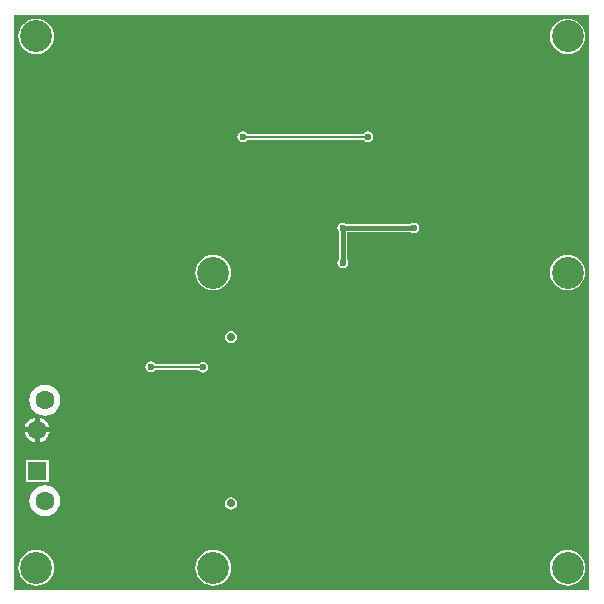
<source format=gbl>
G04*
G04 #@! TF.GenerationSoftware,Altium Limited,Altium Designer,18.1.6 (161)*
G04*
G04 Layer_Physical_Order=2*
G04 Layer_Color=16711680*
%FSLAX25Y25*%
%MOIN*%
G70*
G01*
G75*
%ADD45C,0.01500*%
%ADD46C,0.00800*%
%ADD47C,0.06299*%
%ADD48R,0.06299X0.06299*%
%ADD49C,0.02756*%
%ADD50C,0.10630*%
%ADD51C,0.02362*%
G36*
X194260Y2591D02*
X2591D01*
Y194260D01*
X194260D01*
Y2591D01*
D02*
G37*
%LPC*%
G36*
X187008Y192951D02*
X185848Y192837D01*
X184733Y192499D01*
X183706Y191950D01*
X182805Y191211D01*
X182066Y190310D01*
X181517Y189282D01*
X181178Y188167D01*
X181064Y187008D01*
X181178Y185848D01*
X181517Y184733D01*
X182066Y183706D01*
X182805Y182805D01*
X183706Y182066D01*
X184733Y181517D01*
X185848Y181178D01*
X187008Y181064D01*
X188167Y181178D01*
X189282Y181517D01*
X190310Y182066D01*
X191211Y182805D01*
X191950Y183706D01*
X192499Y184733D01*
X192837Y185848D01*
X192952Y187008D01*
X192837Y188167D01*
X192499Y189282D01*
X191950Y190310D01*
X191211Y191211D01*
X190310Y191950D01*
X189282Y192499D01*
X188167Y192837D01*
X187008Y192951D01*
D02*
G37*
G36*
X9843D02*
X8683Y192837D01*
X7568Y192499D01*
X6540Y191950D01*
X5640Y191211D01*
X4901Y190310D01*
X4351Y189282D01*
X4013Y188167D01*
X3899Y187008D01*
X4013Y185848D01*
X4351Y184733D01*
X4901Y183706D01*
X5640Y182805D01*
X6540Y182066D01*
X7568Y181517D01*
X8683Y181178D01*
X9843Y181064D01*
X11002Y181178D01*
X12117Y181517D01*
X13145Y182066D01*
X14045Y182805D01*
X14784Y183706D01*
X15334Y184733D01*
X15672Y185848D01*
X15786Y187008D01*
X15672Y188167D01*
X15334Y189282D01*
X14784Y190310D01*
X14045Y191211D01*
X13145Y191950D01*
X12117Y192499D01*
X11002Y192837D01*
X9843Y192951D01*
D02*
G37*
G36*
X120460Y155372D02*
X119765Y155234D01*
X119176Y154840D01*
X118999Y154576D01*
X80214D01*
X80037Y154840D01*
X79448Y155234D01*
X78753Y155372D01*
X78058Y155234D01*
X77469Y154840D01*
X77075Y154251D01*
X76937Y153556D01*
X77075Y152861D01*
X77469Y152272D01*
X78058Y151878D01*
X78753Y151740D01*
X79448Y151878D01*
X80037Y152272D01*
X80214Y152536D01*
X118999D01*
X119176Y152272D01*
X119765Y151878D01*
X120460Y151740D01*
X121155Y151878D01*
X121744Y152272D01*
X122138Y152861D01*
X122276Y153556D01*
X122138Y154251D01*
X121744Y154840D01*
X121155Y155234D01*
X120460Y155372D01*
D02*
G37*
G36*
X135728Y124946D02*
X135033Y124808D01*
X134582Y124506D01*
X113252D01*
X112801Y124808D01*
X112106Y124946D01*
X111411Y124808D01*
X110822Y124414D01*
X110429Y123825D01*
X110290Y123130D01*
X110429Y122435D01*
X110730Y121984D01*
Y112662D01*
X110429Y112211D01*
X110290Y111516D01*
X110429Y110821D01*
X110822Y110232D01*
X111411Y109838D01*
X112106Y109700D01*
X112801Y109838D01*
X113390Y110232D01*
X113784Y110821D01*
X113922Y111516D01*
X113784Y112211D01*
X113483Y112662D01*
Y121754D01*
X134582D01*
X135033Y121452D01*
X135728Y121314D01*
X136423Y121452D01*
X137012Y121846D01*
X137406Y122435D01*
X137544Y123130D01*
X137406Y123825D01*
X137012Y124414D01*
X136423Y124808D01*
X135728Y124946D01*
D02*
G37*
G36*
X187008Y114211D02*
X185848Y114097D01*
X184733Y113759D01*
X183706Y113210D01*
X182805Y112470D01*
X182066Y111570D01*
X181517Y110542D01*
X181178Y109427D01*
X181064Y108268D01*
X181178Y107108D01*
X181517Y105993D01*
X182066Y104966D01*
X182805Y104065D01*
X183706Y103326D01*
X184733Y102777D01*
X185848Y102438D01*
X187008Y102324D01*
X188167Y102438D01*
X189282Y102777D01*
X190310Y103326D01*
X191211Y104065D01*
X191950Y104966D01*
X192499Y105993D01*
X192837Y107108D01*
X192952Y108268D01*
X192837Y109427D01*
X192499Y110542D01*
X191950Y111570D01*
X191211Y112470D01*
X190310Y113210D01*
X189282Y113759D01*
X188167Y114097D01*
X187008Y114211D01*
D02*
G37*
G36*
X68898D02*
X67738Y114097D01*
X66623Y113759D01*
X65596Y113210D01*
X64695Y112470D01*
X63956Y111570D01*
X63406Y110542D01*
X63068Y109427D01*
X62954Y108268D01*
X63068Y107108D01*
X63406Y105993D01*
X63956Y104966D01*
X64695Y104065D01*
X65596Y103326D01*
X66623Y102777D01*
X67738Y102438D01*
X68898Y102324D01*
X70057Y102438D01*
X71172Y102777D01*
X72200Y103326D01*
X73100Y104065D01*
X73839Y104966D01*
X74389Y105993D01*
X74727Y107108D01*
X74841Y108268D01*
X74727Y109427D01*
X74389Y110542D01*
X73839Y111570D01*
X73100Y112470D01*
X72200Y113210D01*
X71172Y113759D01*
X70057Y114097D01*
X68898Y114211D01*
D02*
G37*
G36*
X74803Y88828D02*
X74031Y88674D01*
X73377Y88237D01*
X72940Y87583D01*
X72786Y86811D01*
X72940Y86039D01*
X73377Y85385D01*
X74031Y84948D01*
X74803Y84794D01*
X75575Y84948D01*
X76229Y85385D01*
X76666Y86039D01*
X76820Y86811D01*
X76666Y87583D01*
X76229Y88237D01*
X75575Y88674D01*
X74803Y88828D01*
D02*
G37*
G36*
X48031Y78686D02*
X47337Y78548D01*
X46747Y78154D01*
X46354Y77565D01*
X46216Y76870D01*
X46354Y76175D01*
X46747Y75586D01*
X47337Y75192D01*
X48031Y75054D01*
X48726Y75192D01*
X49316Y75586D01*
X49361Y75654D01*
X63894D01*
X64070Y75389D01*
X64659Y74995D01*
X65354Y74857D01*
X66049Y74995D01*
X66638Y75389D01*
X67032Y75978D01*
X67170Y76673D01*
X67032Y77368D01*
X66638Y77957D01*
X66049Y78351D01*
X65354Y78489D01*
X64659Y78351D01*
X64070Y77957D01*
X63894Y77693D01*
X49624D01*
X49316Y78154D01*
X48726Y78548D01*
X48031Y78686D01*
D02*
G37*
G36*
X12717Y70920D02*
X11378Y70744D01*
X10131Y70227D01*
X9059Y69405D01*
X8238Y68334D01*
X7721Y67087D01*
X7545Y65748D01*
X7721Y64410D01*
X8238Y63162D01*
X9059Y62091D01*
X10131Y61269D01*
X11378Y60752D01*
X12717Y60576D01*
X14055Y60752D01*
X15302Y61269D01*
X16374Y62091D01*
X17195Y63162D01*
X17712Y64410D01*
X17888Y65748D01*
X17712Y67087D01*
X17195Y68334D01*
X16374Y69405D01*
X15302Y70227D01*
X14055Y70744D01*
X12717Y70920D01*
D02*
G37*
G36*
X10986Y59992D02*
Y56656D01*
X14323D01*
X14279Y56989D01*
X13861Y57998D01*
X13196Y58865D01*
X12329Y59530D01*
X11320Y59948D01*
X10986Y59992D01*
D02*
G37*
G36*
X9486D02*
X9153Y59948D01*
X8144Y59530D01*
X7277Y58865D01*
X6611Y57998D01*
X6193Y56989D01*
X6149Y56656D01*
X9486D01*
Y59992D01*
D02*
G37*
G36*
X14323Y55155D02*
X10986D01*
Y51819D01*
X11320Y51863D01*
X12329Y52281D01*
X13196Y52946D01*
X13861Y53813D01*
X14279Y54822D01*
X14323Y55155D01*
D02*
G37*
G36*
X9486D02*
X6149D01*
X6193Y54822D01*
X6611Y53813D01*
X7277Y52946D01*
X8144Y52281D01*
X9153Y51863D01*
X9486Y51819D01*
Y55155D01*
D02*
G37*
G36*
X13986Y45876D02*
X6487D01*
Y38376D01*
X13986D01*
Y45876D01*
D02*
G37*
G36*
X74803Y33316D02*
X74031Y33162D01*
X73377Y32725D01*
X72940Y32071D01*
X72786Y31299D01*
X72940Y30527D01*
X73377Y29873D01*
X74031Y29436D01*
X74803Y29283D01*
X75575Y29436D01*
X76229Y29873D01*
X76666Y30527D01*
X76820Y31299D01*
X76666Y32071D01*
X76229Y32725D01*
X75575Y33162D01*
X74803Y33316D01*
D02*
G37*
G36*
X12717Y37455D02*
X11378Y37279D01*
X10131Y36762D01*
X9059Y35941D01*
X8238Y34869D01*
X7721Y33622D01*
X7545Y32283D01*
X7721Y30945D01*
X8238Y29698D01*
X9059Y28626D01*
X10131Y27804D01*
X11378Y27288D01*
X12717Y27112D01*
X14055Y27288D01*
X15302Y27804D01*
X16374Y28626D01*
X17195Y29698D01*
X17712Y30945D01*
X17888Y32283D01*
X17712Y33622D01*
X17195Y34869D01*
X16374Y35941D01*
X15302Y36762D01*
X14055Y37279D01*
X12717Y37455D01*
D02*
G37*
G36*
X187008Y15786D02*
X185848Y15672D01*
X184733Y15334D01*
X183706Y14784D01*
X182805Y14045D01*
X182066Y13145D01*
X181517Y12117D01*
X181178Y11002D01*
X181064Y9843D01*
X181178Y8683D01*
X181517Y7568D01*
X182066Y6540D01*
X182805Y5640D01*
X183706Y4901D01*
X184733Y4351D01*
X185848Y4013D01*
X187008Y3899D01*
X188167Y4013D01*
X189282Y4351D01*
X190310Y4901D01*
X191211Y5640D01*
X191950Y6540D01*
X192499Y7568D01*
X192837Y8683D01*
X192952Y9843D01*
X192837Y11002D01*
X192499Y12117D01*
X191950Y13145D01*
X191211Y14045D01*
X190310Y14784D01*
X189282Y15334D01*
X188167Y15672D01*
X187008Y15786D01*
D02*
G37*
G36*
X68898D02*
X67738Y15672D01*
X66623Y15334D01*
X65596Y14784D01*
X64695Y14045D01*
X63956Y13145D01*
X63406Y12117D01*
X63068Y11002D01*
X62954Y9843D01*
X63068Y8683D01*
X63406Y7568D01*
X63956Y6540D01*
X64695Y5640D01*
X65596Y4901D01*
X66623Y4351D01*
X67738Y4013D01*
X68898Y3899D01*
X70057Y4013D01*
X71172Y4351D01*
X72200Y4901D01*
X73100Y5640D01*
X73839Y6540D01*
X74389Y7568D01*
X74727Y8683D01*
X74841Y9843D01*
X74727Y11002D01*
X74389Y12117D01*
X73839Y13145D01*
X73100Y14045D01*
X72200Y14784D01*
X71172Y15334D01*
X70057Y15672D01*
X68898Y15786D01*
D02*
G37*
G36*
X9843D02*
X8683Y15672D01*
X7568Y15334D01*
X6540Y14784D01*
X5640Y14045D01*
X4901Y13145D01*
X4351Y12117D01*
X4013Y11002D01*
X3899Y9843D01*
X4013Y8683D01*
X4351Y7568D01*
X4901Y6540D01*
X5640Y5640D01*
X6540Y4901D01*
X7568Y4351D01*
X8683Y4013D01*
X9843Y3899D01*
X11002Y4013D01*
X12117Y4351D01*
X13145Y4901D01*
X14045Y5640D01*
X14784Y6540D01*
X15334Y7568D01*
X15672Y8683D01*
X15786Y9843D01*
X15672Y11002D01*
X15334Y12117D01*
X14784Y13145D01*
X14045Y14045D01*
X13145Y14784D01*
X12117Y15334D01*
X11002Y15672D01*
X9843Y15786D01*
D02*
G37*
%LPD*%
D45*
X112106Y123130D02*
X135728D01*
X112106Y111516D02*
Y123130D01*
D46*
X48228Y76673D02*
X65354D01*
X48031Y76870D02*
X48228Y76673D01*
X78753Y153556D02*
X120460D01*
D47*
X12717Y65748D02*
D03*
Y32283D02*
D03*
X10236Y55905D02*
D03*
D48*
Y42126D02*
D03*
D49*
X74803Y86811D02*
D03*
Y31299D02*
D03*
D50*
X187008Y187008D02*
D03*
X9843D02*
D03*
Y9843D02*
D03*
X68898Y108268D02*
D03*
X187008D02*
D03*
Y9843D02*
D03*
X68898D02*
D03*
D51*
X67716Y35433D02*
D03*
X80062Y41339D02*
D03*
Y37402D02*
D03*
X94565Y80709D02*
D03*
X8661Y80730D02*
D03*
X48031Y76870D02*
D03*
X120460Y153556D02*
D03*
X78753D02*
D03*
X65354Y76673D02*
D03*
X112106Y123130D02*
D03*
X135728D02*
D03*
X112106Y111516D02*
D03*
X122441Y134252D02*
D03*
X94586Y76772D02*
D03*
X70879Y153162D02*
D03*
M02*

</source>
